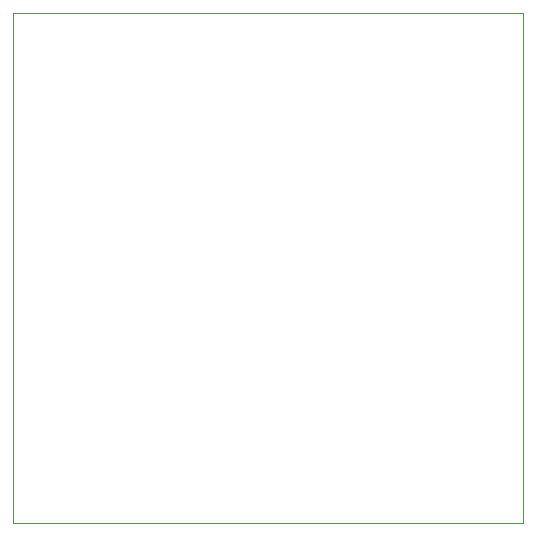
<source format=gbr>
G04 #@! TF.GenerationSoftware,KiCad,Pcbnew,5.1.5+dfsg1-2build2*
G04 #@! TF.CreationDate,2020-07-26T19:44:38+10:00*
G04 #@! TF.ProjectId,macr0,6d616372-302e-46b6-9963-61645f706362,rev?*
G04 #@! TF.SameCoordinates,Original*
G04 #@! TF.FileFunction,Profile,NP*
%FSLAX46Y46*%
G04 Gerber Fmt 4.6, Leading zero omitted, Abs format (unit mm)*
G04 Created by KiCad (PCBNEW 5.1.5+dfsg1-2build2) date 2020-07-26 19:44:38*
%MOMM*%
%LPD*%
G04 APERTURE LIST*
%ADD10C,0.050000*%
G04 APERTURE END LIST*
D10*
X158623000Y-77597000D02*
X115443000Y-77597000D01*
X158623000Y-120777000D02*
X158623000Y-77597000D01*
X115443000Y-120777000D02*
X158623000Y-120777000D01*
X115443000Y-77597000D02*
X115443000Y-120777000D01*
M02*

</source>
